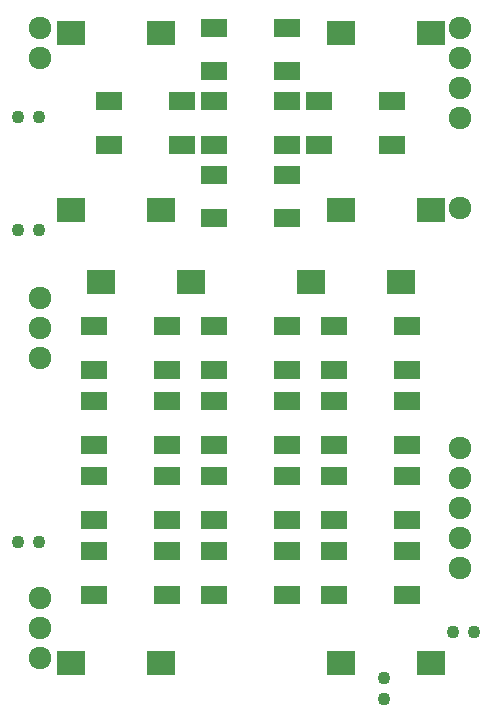
<source format=gts>
%TF.GenerationSoftware,KiCad,Pcbnew,4.0.6*%
%TF.CreationDate,2017-06-24T23:54:36+03:00*%
%TF.ProjectId,keypad_prototype,6B65797061645F70726F746F74797065,rev?*%
%TF.FileFunction,Soldermask,Top*%
%FSLAX46Y46*%
G04 Gerber Fmt 4.6, Leading zero omitted, Abs format (unit mm)*
G04 Created by KiCad (PCBNEW 4.0.6) date 06/24/17 23:54:36*
%MOMM*%
%LPD*%
G01*
G04 APERTURE LIST*
%ADD10C,0.100000*%
%ADD11R,2.200000X1.500000*%
%ADD12R,2.400000X2.000000*%
%ADD13C,1.100000*%
%ADD14C,1.924000*%
G04 APERTURE END LIST*
D10*
D11*
X165810000Y-119943000D03*
X172010000Y-119943000D03*
X165810000Y-123643000D03*
X172010000Y-123643000D03*
X156920000Y-113720000D03*
X163120000Y-113720000D03*
X156920000Y-117420000D03*
X163120000Y-117420000D03*
X175970000Y-151820000D03*
X182170000Y-151820000D03*
X175970000Y-155520000D03*
X182170000Y-155520000D03*
X155650000Y-151820000D03*
X161850000Y-151820000D03*
X155650000Y-155520000D03*
X161850000Y-155520000D03*
X165810000Y-151820000D03*
X172010000Y-151820000D03*
X165810000Y-155520000D03*
X172010000Y-155520000D03*
X155650000Y-132770000D03*
X161850000Y-132770000D03*
X155650000Y-136470000D03*
X161850000Y-136470000D03*
X165810000Y-132770000D03*
X172010000Y-132770000D03*
X165810000Y-136470000D03*
X172010000Y-136470000D03*
X175970000Y-132770000D03*
X182170000Y-132770000D03*
X175970000Y-136470000D03*
X182170000Y-136470000D03*
X155650000Y-139120000D03*
X161850000Y-139120000D03*
X155650000Y-142820000D03*
X161850000Y-142820000D03*
X165810000Y-139120000D03*
X172010000Y-139120000D03*
X165810000Y-142820000D03*
X172010000Y-142820000D03*
X175970000Y-139120000D03*
X182170000Y-139120000D03*
X175970000Y-142820000D03*
X182170000Y-142820000D03*
X155650000Y-145470000D03*
X161850000Y-145470000D03*
X155650000Y-149170000D03*
X161850000Y-149170000D03*
X165810000Y-145470000D03*
X172010000Y-145470000D03*
X165810000Y-149170000D03*
X172010000Y-149170000D03*
X175970000Y-145470000D03*
X182170000Y-145470000D03*
X175970000Y-149170000D03*
X182170000Y-149170000D03*
X165810000Y-113720000D03*
X172010000Y-113720000D03*
X165810000Y-117420000D03*
X172010000Y-117420000D03*
X174700000Y-113720000D03*
X180900000Y-113720000D03*
X174700000Y-117420000D03*
X180900000Y-117420000D03*
X172010000Y-111197000D03*
X165810000Y-111197000D03*
X172010000Y-107497000D03*
X165810000Y-107497000D03*
D12*
X153670000Y-107950000D03*
X161290000Y-107950000D03*
X184150000Y-107950000D03*
X176530000Y-107950000D03*
X163830000Y-129032000D03*
X156210000Y-129032000D03*
X181610000Y-129032000D03*
X173990000Y-129032000D03*
X161290000Y-161290000D03*
X153670000Y-161290000D03*
X184150000Y-161290000D03*
X176530000Y-161290000D03*
X161290000Y-122936000D03*
X153670000Y-122936000D03*
D13*
X151014000Y-151003000D03*
X149214000Y-151003000D03*
X186044000Y-158623000D03*
X187844000Y-158623000D03*
X180213000Y-162549000D03*
X180213000Y-164349000D03*
D12*
X184150000Y-122936000D03*
X176530000Y-122936000D03*
D13*
X151014000Y-124587000D03*
X149214000Y-124587000D03*
X151014000Y-115062000D03*
X149214000Y-115062000D03*
D14*
X151041100Y-110083600D03*
X151041100Y-107543600D03*
X186601100Y-153263600D03*
X186601100Y-150723600D03*
X186601100Y-148183600D03*
X186601100Y-145643600D03*
X186601100Y-143103600D03*
X151041100Y-130403600D03*
X151041100Y-132943600D03*
X151041100Y-135483600D03*
X151041100Y-155803600D03*
X151041100Y-158343600D03*
X151041100Y-160883600D03*
X186601100Y-107543600D03*
X186601100Y-110083600D03*
X186601100Y-112623600D03*
X186601100Y-115163600D03*
X186601100Y-122783600D03*
M02*

</source>
